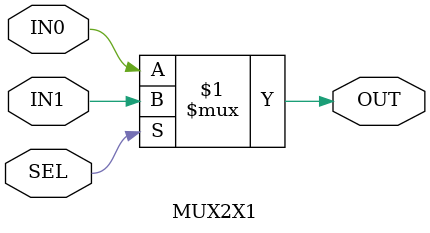
<source format=v>
module MUX2X1 (
    input  wire  SEL,
    input  wire  IN0,
    input  wire  IN1,
    output wire  OUT
);
    
assign OUT = SEL? IN1 : IN0;
endmodule
</source>
